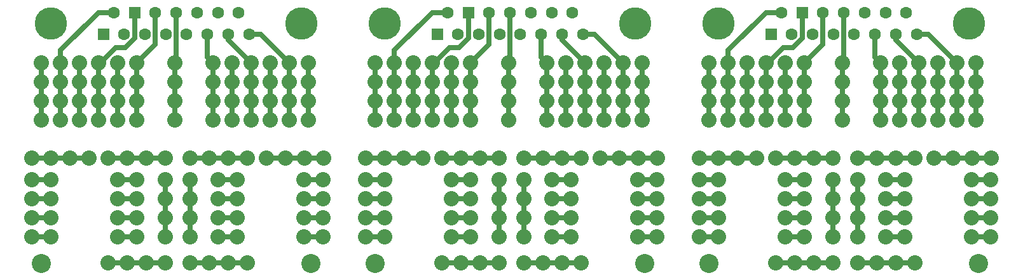
<source format=gbl>
%FSLAX24Y24*%
%MOIN*%
G70*
G01*
G75*
G04 Layer_Physical_Order=2*
G04 Layer_Color=16711680*
%ADD10O,0.0236X0.0866*%
%ADD11C,0.0250*%
%ADD12C,0.1000*%
%ADD13C,0.0800*%
%ADD14R,0.0630X0.0630*%
%ADD15C,0.0630*%
%ADD16C,0.1700*%
D11*
X15050Y39100D02*
Y40100D01*
Y41100D01*
Y42100D01*
X16050Y39100D02*
Y40100D01*
Y41100D01*
Y42100D01*
X17050Y39100D02*
Y40100D01*
Y41100D01*
Y42100D01*
X18050Y39100D02*
Y40100D01*
Y41100D01*
X19050Y39100D02*
Y40100D01*
Y41100D01*
Y42100D01*
X20050Y39100D02*
Y40100D01*
Y41100D01*
Y42100D01*
X22050Y39100D02*
Y40100D01*
Y41100D01*
Y42100D01*
X24050Y39100D02*
Y40100D01*
Y41100D01*
Y42100D01*
X25050Y39100D02*
Y40100D01*
Y41100D01*
Y42100D01*
X26050Y39100D02*
Y40100D01*
Y41100D01*
Y42100D01*
X27050Y39100D02*
Y40100D01*
Y41100D01*
Y42100D01*
X28050Y39100D02*
Y40100D01*
Y41100D01*
Y42100D01*
X29050Y39100D02*
Y40100D01*
Y41100D01*
Y42100D01*
X14550Y37100D02*
X15550D01*
X16550D01*
X17550D01*
X18550D02*
X19550D01*
X20550D01*
X21550D01*
X22850D02*
X23850D01*
X24850D01*
X25850D01*
X26850D02*
X27850D01*
X28850D01*
X29850D01*
X21550Y32950D02*
Y33950D01*
Y34950D01*
Y35950D01*
X22850Y32950D02*
Y33950D01*
Y34950D01*
Y35950D01*
X14550D02*
X15550D01*
X14550Y34950D02*
X15550D01*
X14550Y33950D02*
X15550D01*
X14550Y32950D02*
X15550D01*
X19050D02*
X20050D01*
X19050Y33950D02*
X20050D01*
X19050Y34950D02*
X20050D01*
X19050Y35950D02*
X20050D01*
X26537Y43612D02*
X28050Y42100D01*
X25925Y43612D02*
X26537D01*
X22050Y42100D02*
X22105Y42155D01*
Y44728D02*
X22110Y44732D01*
X22105Y42155D02*
Y44728D01*
X19385Y43435D02*
Y43612D01*
X24290Y44732D02*
X24467D01*
X20050Y42100D02*
X21020Y43070D01*
Y44732D01*
X23950Y42200D02*
X24050Y42100D01*
X23745Y42405D02*
Y43612D01*
Y42405D02*
X24050Y42100D01*
X19925Y44728D02*
X19930Y44732D01*
X19925Y43389D02*
Y44728D01*
X20475Y43425D02*
Y43612D01*
X19050Y42100D02*
X19150D01*
X18050Y41100D02*
Y42000D01*
X18950Y42900D01*
X19436D01*
X19925Y43389D01*
X18032Y44732D02*
X18840D01*
X16050Y42100D02*
Y42750D01*
X18032Y44732D01*
X24835Y43315D02*
Y43612D01*
Y43315D02*
X26050Y42100D01*
X15050Y40100D02*
Y41100D01*
Y39100D02*
Y42100D01*
X28800Y32950D02*
X29800D01*
X28800Y35950D02*
X29800D01*
X24300Y32950D02*
X25300D01*
X28800Y34950D02*
X29800D01*
X28800Y33950D02*
X29800D01*
X24300Y35950D02*
X25300D01*
X24300Y33950D02*
X25300D01*
X24300Y34950D02*
X25300D01*
X22850Y31600D02*
X23850D01*
X24850D01*
X25850D01*
X18550D02*
X19550D01*
X20550D01*
X21550D01*
X32550Y39100D02*
Y40100D01*
Y41100D01*
Y42100D01*
X33550Y39100D02*
Y40100D01*
Y41100D01*
Y42100D01*
X34550Y39100D02*
Y40100D01*
Y41100D01*
Y42100D01*
X35550Y39100D02*
Y40100D01*
Y41100D01*
X36550Y39100D02*
Y40100D01*
Y41100D01*
Y42100D01*
X37550Y39100D02*
Y40100D01*
Y41100D01*
Y42100D01*
X39550Y39100D02*
Y40100D01*
Y41100D01*
Y42100D01*
X41550Y39100D02*
Y40100D01*
Y41100D01*
Y42100D01*
X42550Y39100D02*
Y40100D01*
Y41100D01*
Y42100D01*
X43550Y39100D02*
Y40100D01*
Y41100D01*
Y42100D01*
X44550Y39100D02*
Y40100D01*
Y41100D01*
Y42100D01*
X45550Y39100D02*
Y40100D01*
Y41100D01*
Y42100D01*
X46550Y39100D02*
Y40100D01*
Y41100D01*
Y42100D01*
X32050Y37100D02*
X33050D01*
X34050D01*
X35050D01*
X36050D02*
X37050D01*
X38050D01*
X39050D01*
X40350D02*
X41350D01*
X42350D01*
X43350D01*
X44350D02*
X45350D01*
X46350D01*
X47350D01*
X39050Y32950D02*
Y33950D01*
Y34950D01*
Y35950D01*
X40350Y32950D02*
Y33950D01*
Y34950D01*
Y35950D01*
X32050D02*
X33050D01*
X32050Y34950D02*
X33050D01*
X32050Y33950D02*
X33050D01*
X32050Y32950D02*
X33050D01*
X36550D02*
X37550D01*
X36550Y33950D02*
X37550D01*
X36550Y34950D02*
X37550D01*
X36550Y35950D02*
X37550D01*
X44037Y43612D02*
X45550Y42100D01*
X43425Y43612D02*
X44037D01*
X39550Y42100D02*
X39605Y42155D01*
Y44728D02*
X39610Y44732D01*
X39605Y42155D02*
Y44728D01*
X36885Y43435D02*
Y43612D01*
X41790Y44732D02*
X41968D01*
X37550Y42100D02*
X38520Y43070D01*
Y44732D01*
X41450Y42200D02*
X41550Y42100D01*
X41245Y42405D02*
Y43612D01*
Y42405D02*
X41550Y42100D01*
X37425Y44728D02*
X37430Y44732D01*
X37425Y43389D02*
Y44728D01*
X37975Y43425D02*
Y43612D01*
X36550Y42100D02*
X36650D01*
X35550Y41100D02*
Y42000D01*
X36450Y42900D01*
X36936D01*
X37425Y43389D01*
X35533Y44732D02*
X36340D01*
X33550Y42100D02*
Y42750D01*
X35533Y44732D01*
X42335Y43315D02*
Y43612D01*
Y43315D02*
X43550Y42100D01*
X32550Y40100D02*
Y41100D01*
Y39100D02*
Y42100D01*
X46300Y32950D02*
X47300D01*
X46300Y35950D02*
X47300D01*
X41800Y32950D02*
X42800D01*
X46300Y34950D02*
X47300D01*
X46300Y33950D02*
X47300D01*
X41800Y35950D02*
X42800D01*
X41800Y33950D02*
X42800D01*
X41800Y34950D02*
X42800D01*
X40350Y31600D02*
X41350D01*
X42350D01*
X43350D01*
X36050D02*
X37050D01*
X38050D01*
X39050D01*
X50050Y39100D02*
Y40100D01*
Y41100D01*
Y42100D01*
X51050Y39100D02*
Y40100D01*
Y41100D01*
Y42100D01*
X52050Y39100D02*
Y40100D01*
Y41100D01*
Y42100D01*
X53050Y39100D02*
Y40100D01*
Y41100D01*
X54050Y39100D02*
Y40100D01*
Y41100D01*
Y42100D01*
X55050Y39100D02*
Y40100D01*
Y41100D01*
Y42100D01*
X57050Y39100D02*
Y40100D01*
Y41100D01*
Y42100D01*
X59050Y39100D02*
Y40100D01*
Y41100D01*
Y42100D01*
X60050Y39100D02*
Y40100D01*
Y41100D01*
Y42100D01*
X61050Y39100D02*
Y40100D01*
Y41100D01*
Y42100D01*
X62050Y39100D02*
Y40100D01*
Y41100D01*
Y42100D01*
X63050Y39100D02*
Y40100D01*
Y41100D01*
Y42100D01*
X64050Y39100D02*
Y40100D01*
Y41100D01*
Y42100D01*
X49550Y37100D02*
X50550D01*
X51550D01*
X52550D01*
X53550D02*
X54550D01*
X55550D01*
X56550D01*
X57850D02*
X58850D01*
X59850D01*
X60850D01*
X61850D02*
X62850D01*
X63850D01*
X64850D01*
X56550Y32950D02*
Y33950D01*
Y34950D01*
Y35950D01*
X57850Y32950D02*
Y33950D01*
Y34950D01*
Y35950D01*
X49550D02*
X50550D01*
X49550Y34950D02*
X50550D01*
X49550Y33950D02*
X50550D01*
X49550Y32950D02*
X50550D01*
X54050D02*
X55050D01*
X54050Y33950D02*
X55050D01*
X54050Y34950D02*
X55050D01*
X54050Y35950D02*
X55050D01*
X61537Y43612D02*
X63050Y42100D01*
X60925Y43612D02*
X61537D01*
X57050Y42100D02*
X57105Y42155D01*
Y44728D02*
X57110Y44732D01*
X57105Y42155D02*
Y44728D01*
X54385Y43435D02*
Y43612D01*
X59290Y44732D02*
X59468D01*
X55050Y42100D02*
X56020Y43070D01*
Y44732D01*
X58950Y42200D02*
X59050Y42100D01*
X58745Y42405D02*
Y43612D01*
Y42405D02*
X59050Y42100D01*
X54925Y44728D02*
X54930Y44732D01*
X54925Y43389D02*
Y44728D01*
X55475Y43425D02*
Y43612D01*
X54050Y42100D02*
X54150D01*
X53050Y41100D02*
Y42000D01*
X53950Y42900D01*
X54436D01*
X54925Y43389D01*
X53032Y44732D02*
X53840D01*
X51050Y42100D02*
Y42750D01*
X53032Y44732D01*
X59835Y43315D02*
Y43612D01*
Y43315D02*
X61050Y42100D01*
X50050Y40100D02*
Y41100D01*
Y39100D02*
Y42100D01*
X63800Y32950D02*
X64800D01*
X63800Y35950D02*
X64800D01*
X59300Y32950D02*
X60300D01*
X63800Y34950D02*
X64800D01*
X63800Y33950D02*
X64800D01*
X59300Y35950D02*
X60300D01*
X59300Y33950D02*
X60300D01*
X59300Y34950D02*
X60300D01*
X57850Y31600D02*
X58850D01*
X59850D01*
X60850D01*
X53550D02*
X54550D01*
X55550D01*
X56550D01*
D12*
X29170Y31550D02*
D03*
X15050D02*
D03*
X46670D02*
D03*
X32550D02*
D03*
X64170D02*
D03*
X50050D02*
D03*
D13*
X22850Y31600D02*
D03*
X24850D02*
D03*
X25850D02*
D03*
X23850D02*
D03*
X18550D02*
D03*
X20550D02*
D03*
X21550D02*
D03*
X19550D02*
D03*
X25300Y32950D02*
D03*
X14550Y37100D02*
D03*
X26850D02*
D03*
X16550D02*
D03*
X28850D02*
D03*
X17550D02*
D03*
X29850D02*
D03*
X15550D02*
D03*
X27850D02*
D03*
X29800Y32950D02*
D03*
X20050D02*
D03*
X28800D02*
D03*
X19050D02*
D03*
X29800Y35950D02*
D03*
X20050D02*
D03*
X28800D02*
D03*
X19050D02*
D03*
X15550Y32950D02*
D03*
X24300D02*
D03*
X14550D02*
D03*
X28800Y34950D02*
D03*
X19050D02*
D03*
X29800Y33950D02*
D03*
X20050D02*
D03*
X29800Y34950D02*
D03*
X20050D02*
D03*
X28800Y33950D02*
D03*
X19050D02*
D03*
X24300Y35950D02*
D03*
X14550D02*
D03*
X25300D02*
D03*
X15550D02*
D03*
X25300Y33950D02*
D03*
X15550D02*
D03*
X24300D02*
D03*
X14550D02*
D03*
X24300Y34950D02*
D03*
X14550D02*
D03*
X25300D02*
D03*
X15550D02*
D03*
X22850Y32950D02*
D03*
X21550D02*
D03*
X18550Y37100D02*
D03*
X22850D02*
D03*
Y35950D02*
D03*
X21550Y33950D02*
D03*
X20550Y37100D02*
D03*
X24850D02*
D03*
X22850Y34950D02*
D03*
X21550D02*
D03*
Y37100D02*
D03*
X25850D02*
D03*
X22850Y33950D02*
D03*
X21550Y35950D02*
D03*
X19550Y37100D02*
D03*
X23850D02*
D03*
X28050Y41100D02*
D03*
X15050Y42100D02*
D03*
X17050D02*
D03*
X19050D02*
D03*
X24050D02*
D03*
X26050D02*
D03*
X16050D02*
D03*
X18050Y41100D02*
D03*
X20050Y42100D02*
D03*
X22050D02*
D03*
X25050D02*
D03*
X27050D02*
D03*
X29050Y41100D02*
D03*
X15050Y40100D02*
D03*
X17050Y41100D02*
D03*
X19050D02*
D03*
X24050D02*
D03*
X26050D02*
D03*
X28050Y42100D02*
D03*
X16050Y40100D02*
D03*
X18050D02*
D03*
X20050Y41100D02*
D03*
X22050D02*
D03*
X25050D02*
D03*
X27050Y40100D02*
D03*
X29050D02*
D03*
X15050Y39100D02*
D03*
X17050Y40100D02*
D03*
X19050D02*
D03*
X24050D02*
D03*
X26050D02*
D03*
X28050Y39100D02*
D03*
X16050D02*
D03*
X18050D02*
D03*
X20050Y40100D02*
D03*
X22050D02*
D03*
X25050D02*
D03*
X27050Y41100D02*
D03*
X29050Y39100D02*
D03*
X15050Y41100D02*
D03*
X17050Y39100D02*
D03*
X19050D02*
D03*
X24050D02*
D03*
X26050D02*
D03*
X28050Y40100D02*
D03*
X16050Y41100D02*
D03*
X18050Y42100D02*
D03*
X20050Y39100D02*
D03*
X22050D02*
D03*
X25050D02*
D03*
X27050D02*
D03*
X29050Y42100D02*
D03*
X40350Y31600D02*
D03*
X42350D02*
D03*
X43350D02*
D03*
X41350D02*
D03*
X36050D02*
D03*
X38050D02*
D03*
X39050D02*
D03*
X37050D02*
D03*
X42800Y32950D02*
D03*
X32050Y37100D02*
D03*
X44350D02*
D03*
X34050D02*
D03*
X46350D02*
D03*
X35050D02*
D03*
X47350D02*
D03*
X33050D02*
D03*
X45350D02*
D03*
X47300Y32950D02*
D03*
X37550D02*
D03*
X46300D02*
D03*
X36550D02*
D03*
X47300Y35950D02*
D03*
X37550D02*
D03*
X46300D02*
D03*
X36550D02*
D03*
X33050Y32950D02*
D03*
X41800D02*
D03*
X32050D02*
D03*
X46300Y34950D02*
D03*
X36550D02*
D03*
X47300Y33950D02*
D03*
X37550D02*
D03*
X47300Y34950D02*
D03*
X37550D02*
D03*
X46300Y33950D02*
D03*
X36550D02*
D03*
X41800Y35950D02*
D03*
X32050D02*
D03*
X42800D02*
D03*
X33050D02*
D03*
X42800Y33950D02*
D03*
X33050D02*
D03*
X41800D02*
D03*
X32050D02*
D03*
X41800Y34950D02*
D03*
X32050D02*
D03*
X42800D02*
D03*
X33050D02*
D03*
X40350Y32950D02*
D03*
X39050D02*
D03*
X36050Y37100D02*
D03*
X40350D02*
D03*
Y35950D02*
D03*
X39050Y33950D02*
D03*
X38050Y37100D02*
D03*
X42350D02*
D03*
X40350Y34950D02*
D03*
X39050D02*
D03*
Y37100D02*
D03*
X43350D02*
D03*
X40350Y33950D02*
D03*
X39050Y35950D02*
D03*
X37050Y37100D02*
D03*
X41350D02*
D03*
X45550Y41100D02*
D03*
X32550Y42100D02*
D03*
X34550D02*
D03*
X36550D02*
D03*
X41550D02*
D03*
X43550D02*
D03*
X33550D02*
D03*
X35550Y41100D02*
D03*
X37550Y42100D02*
D03*
X39550D02*
D03*
X42550D02*
D03*
X44550D02*
D03*
X46550Y41100D02*
D03*
X32550Y40100D02*
D03*
X34550Y41100D02*
D03*
X36550D02*
D03*
X41550D02*
D03*
X43550D02*
D03*
X45550Y42100D02*
D03*
X33550Y40100D02*
D03*
X35550D02*
D03*
X37550Y41100D02*
D03*
X39550D02*
D03*
X42550D02*
D03*
X44550Y40100D02*
D03*
X46550D02*
D03*
X32550Y39100D02*
D03*
X34550Y40100D02*
D03*
X36550D02*
D03*
X41550D02*
D03*
X43550D02*
D03*
X45550Y39100D02*
D03*
X33550D02*
D03*
X35550D02*
D03*
X37550Y40100D02*
D03*
X39550D02*
D03*
X42550D02*
D03*
X44550Y41100D02*
D03*
X46550Y39100D02*
D03*
X32550Y41100D02*
D03*
X34550Y39100D02*
D03*
X36550D02*
D03*
X41550D02*
D03*
X43550D02*
D03*
X45550Y40100D02*
D03*
X33550Y41100D02*
D03*
X35550Y42100D02*
D03*
X37550Y39100D02*
D03*
X39550D02*
D03*
X42550D02*
D03*
X44550D02*
D03*
X46550Y42100D02*
D03*
X57850Y31600D02*
D03*
X59850D02*
D03*
X60850D02*
D03*
X58850D02*
D03*
X53550D02*
D03*
X55550D02*
D03*
X56550D02*
D03*
X54550D02*
D03*
X60300Y32950D02*
D03*
X49550Y37100D02*
D03*
X61850D02*
D03*
X51550D02*
D03*
X63850D02*
D03*
X52550D02*
D03*
X64850D02*
D03*
X50550D02*
D03*
X62850D02*
D03*
X64800Y32950D02*
D03*
X55050D02*
D03*
X63800D02*
D03*
X54050D02*
D03*
X64800Y35950D02*
D03*
X55050D02*
D03*
X63800D02*
D03*
X54050D02*
D03*
X50550Y32950D02*
D03*
X59300D02*
D03*
X49550D02*
D03*
X63800Y34950D02*
D03*
X54050D02*
D03*
X64800Y33950D02*
D03*
X55050D02*
D03*
X64800Y34950D02*
D03*
X55050D02*
D03*
X63800Y33950D02*
D03*
X54050D02*
D03*
X59300Y35950D02*
D03*
X49550D02*
D03*
X60300D02*
D03*
X50550D02*
D03*
X60300Y33950D02*
D03*
X50550D02*
D03*
X59300D02*
D03*
X49550D02*
D03*
X59300Y34950D02*
D03*
X49550D02*
D03*
X60300D02*
D03*
X50550D02*
D03*
X57850Y32950D02*
D03*
X56550D02*
D03*
X53550Y37100D02*
D03*
X57850D02*
D03*
Y35950D02*
D03*
X56550Y33950D02*
D03*
X55550Y37100D02*
D03*
X59850D02*
D03*
X57850Y34950D02*
D03*
X56550D02*
D03*
Y37100D02*
D03*
X60850D02*
D03*
X57850Y33950D02*
D03*
X56550Y35950D02*
D03*
X54550Y37100D02*
D03*
X58850D02*
D03*
X63050Y41100D02*
D03*
X50050Y42100D02*
D03*
X52050D02*
D03*
X54050D02*
D03*
X59050D02*
D03*
X61050D02*
D03*
X51050D02*
D03*
X53050Y41100D02*
D03*
X55050Y42100D02*
D03*
X57050D02*
D03*
X60050D02*
D03*
X62050D02*
D03*
X64050Y41100D02*
D03*
X50050Y40100D02*
D03*
X52050Y41100D02*
D03*
X54050D02*
D03*
X59050D02*
D03*
X61050D02*
D03*
X63050Y42100D02*
D03*
X51050Y40100D02*
D03*
X53050D02*
D03*
X55050Y41100D02*
D03*
X57050D02*
D03*
X60050D02*
D03*
X62050Y40100D02*
D03*
X64050D02*
D03*
X50050Y39100D02*
D03*
X52050Y40100D02*
D03*
X54050D02*
D03*
X59050D02*
D03*
X61050D02*
D03*
X63050Y39100D02*
D03*
X51050D02*
D03*
X53050D02*
D03*
X55050Y40100D02*
D03*
X57050D02*
D03*
X60050D02*
D03*
X62050Y41100D02*
D03*
X64050Y39100D02*
D03*
X50050Y41100D02*
D03*
X52050Y39100D02*
D03*
X54050D02*
D03*
X59050D02*
D03*
X61050D02*
D03*
X63050Y40100D02*
D03*
X51050Y41100D02*
D03*
X53050Y42100D02*
D03*
X55050Y39100D02*
D03*
X57050D02*
D03*
X60050D02*
D03*
X62050D02*
D03*
X64050Y42100D02*
D03*
D14*
X18295Y43612D02*
D03*
X19930Y44732D02*
D03*
X35795Y43612D02*
D03*
X37430Y44732D02*
D03*
X53295Y43612D02*
D03*
X54930Y44732D02*
D03*
D15*
X19385Y43612D02*
D03*
X20475D02*
D03*
X21565D02*
D03*
X22655D02*
D03*
X23745D02*
D03*
X24835D02*
D03*
X25925D02*
D03*
X18840Y44732D02*
D03*
X21020D02*
D03*
X22110D02*
D03*
X23200D02*
D03*
X24290D02*
D03*
X25380D02*
D03*
X36885Y43612D02*
D03*
X37975D02*
D03*
X39065D02*
D03*
X40155D02*
D03*
X41245D02*
D03*
X42335D02*
D03*
X43425D02*
D03*
X36340Y44732D02*
D03*
X38520D02*
D03*
X39610D02*
D03*
X40700D02*
D03*
X41790D02*
D03*
X42880D02*
D03*
X54385Y43612D02*
D03*
X55475D02*
D03*
X56565D02*
D03*
X57655D02*
D03*
X58745D02*
D03*
X59835D02*
D03*
X60925D02*
D03*
X53840Y44732D02*
D03*
X56020D02*
D03*
X57110D02*
D03*
X58200D02*
D03*
X59290D02*
D03*
X60380D02*
D03*
D16*
X28670Y44173D02*
D03*
X15550D02*
D03*
X46170D02*
D03*
X33050D02*
D03*
X63670D02*
D03*
X50550D02*
D03*
M02*

</source>
